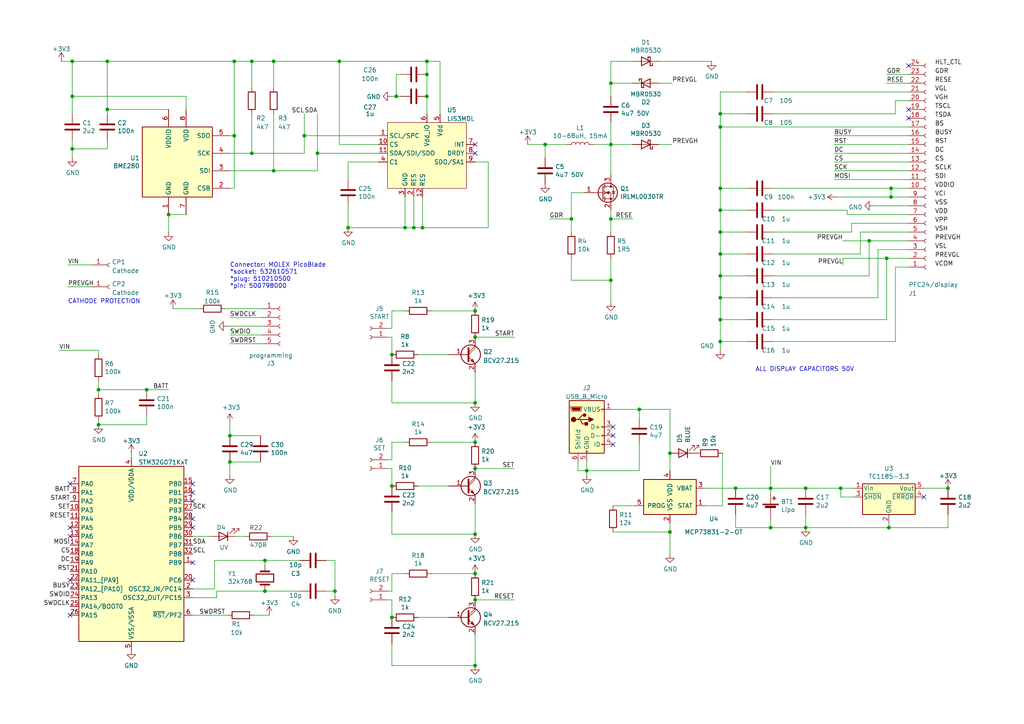
<source format=kicad_sch>
(kicad_sch (version 20211123) (generator eeschema)
  (paper "A4")
  (junction (at 123.825 21.59))
  (junction (at 137.795 90.17))
  (junction (at 92.075 44.45))
  (junction (at 113.665 140.97))
  (junction (at 208.915 80.01))
  (junction (at 208.915 54.61))
  (junction (at 208.915 92.71))
  (junction (at 213.36 141.605))
  (junction (at 20.955 17.78))
  (junction (at 48.895 62.23))
  (junction (at 257.175 74.93))
  (junction (at 158.115 41.91))
  (junction (at 185.42 118.745))
  (junction (at 100.965 66.04))
  (junction (at 28.575 123.19))
  (junction (at 117.475 66.04))
  (junction (at 122.555 66.04))
  (junction (at 20.955 27.94))
  (junction (at 66.675 126.365))
  (junction (at 208.915 36.83))
  (junction (at 233.68 153.035))
  (junction (at 223.52 141.605))
  (junction (at 137.795 116.84))
  (junction (at 258.445 54.61))
  (junction (at 66.675 133.985))
  (junction (at 274.955 141.605))
  (junction (at 137.795 173.99))
  (junction (at 76.835 171.45))
  (junction (at 233.68 141.605))
  (junction (at 73.025 17.78))
  (junction (at 137.795 128.27))
  (junction (at 177.165 24.13))
  (junction (at 114.935 27.94))
  (junction (at 257.81 153.035))
  (junction (at 137.795 154.94))
  (junction (at 243.84 141.605))
  (junction (at 67.945 17.78))
  (junction (at 67.945 39.37))
  (junction (at 113.665 102.87))
  (junction (at 42.545 113.03))
  (junction (at 31.115 31.75))
  (junction (at 137.795 135.89))
  (junction (at 88.265 39.37))
  (junction (at 73.025 44.45))
  (junction (at 208.915 33.02))
  (junction (at 170.18 136.525))
  (junction (at 137.795 97.79))
  (junction (at 258.445 57.15))
  (junction (at 113.665 179.07))
  (junction (at 137.795 166.37))
  (junction (at 123.825 17.78))
  (junction (at 177.165 81.28))
  (junction (at 194.31 131.445))
  (junction (at 120.015 66.04))
  (junction (at 208.915 73.66))
  (junction (at 177.165 63.5))
  (junction (at 31.115 17.78))
  (junction (at 208.915 86.36))
  (junction (at 79.375 49.53))
  (junction (at 165.735 63.5))
  (junction (at 98.425 17.78))
  (junction (at 208.915 67.31))
  (junction (at 28.575 113.03))
  (junction (at 252.095 69.85))
  (junction (at 177.165 41.91))
  (junction (at 194.31 154.305))
  (junction (at 79.375 17.78))
  (junction (at 208.915 60.96))
  (junction (at 76.835 162.56))
  (junction (at 223.52 153.035))
  (junction (at 20.955 43.18))
  (junction (at 97.155 171.45))
  (junction (at 208.915 99.06))
  (junction (at 123.825 27.94))
  (junction (at 137.795 193.04))
  (no_connect (at 177.8 126.365))
  (no_connect (at 137.795 41.91))
  (no_connect (at 137.795 44.45))
  (no_connect (at 263.525 34.29))
  (no_connect (at 55.88 168.275))
  (no_connect (at 267.97 144.145))
  (no_connect (at 263.525 19.05))
  (no_connect (at 55.88 145.415))
  (no_connect (at 20.32 153.035))
  (no_connect (at 20.32 155.575))
  (no_connect (at 20.32 140.335))
  (no_connect (at 177.8 128.905))
  (no_connect (at 55.88 150.495))
  (no_connect (at 55.88 153.035))
  (no_connect (at 55.88 140.335))
  (no_connect (at 55.88 163.195))
  (no_connect (at 55.88 142.875))
  (no_connect (at 177.8 123.825))
  (no_connect (at 20.32 168.275))
  (no_connect (at 20.32 178.435))
  (no_connect (at 263.525 31.75))
  (wire (pts (xy 223.52 153.035) (xy 233.68 153.035)))
  (wire (pts (xy 114.935 27.94) (xy 116.205 27.94)))
  (wire (pts (xy 114.935 21.59) (xy 116.205 21.59)))
  (wire (pts (xy 113.665 116.84) (xy 137.795 116.84)))
  (wire (pts (xy 242.57 57.15) (xy 258.445 57.15)))
  (wire (pts (xy 73.025 25.4) (xy 73.025 17.78)))
  (wire (pts (xy 20.955 43.18) (xy 31.115 43.18)))
  (wire (pts (xy 244.475 74.93) (xy 257.175 74.93)))
  (wire (pts (xy 122.555 57.15) (xy 122.555 66.04)))
  (wire (pts (xy 177.165 50.8) (xy 177.165 41.91)))
  (wire (pts (xy 258.445 54.61) (xy 224.155 54.61)))
  (wire (pts (xy 208.915 36.83) (xy 263.525 36.83)))
  (wire (pts (xy 259.715 29.21) (xy 259.715 33.02)))
  (wire (pts (xy 247.015 64.77) (xy 247.015 67.31)))
  (wire (pts (xy 79.375 17.78) (xy 98.425 17.78)))
  (wire (pts (xy 28.575 101.6) (xy 28.575 102.87)))
  (wire (pts (xy 20.955 40.64) (xy 20.955 43.18)))
  (wire (pts (xy 122.555 66.04) (xy 141.605 66.04)))
  (wire (pts (xy 28.575 121.92) (xy 28.575 123.19)))
  (wire (pts (xy 191.135 24.13) (xy 194.945 24.13)))
  (wire (pts (xy 177.165 60.96) (xy 177.165 63.5)))
  (wire (pts (xy 53.975 31.75) (xy 53.975 27.94)))
  (wire (pts (xy 31.115 31.75) (xy 31.115 33.02)))
  (wire (pts (xy 194.31 151.765) (xy 194.31 154.305)))
  (wire (pts (xy 213.36 141.605) (xy 223.52 141.605)))
  (wire (pts (xy 66.675 126.365) (xy 66.675 122.555)))
  (wire (pts (xy 153.035 41.91) (xy 158.115 41.91)))
  (wire (pts (xy 121.285 179.07) (xy 130.175 179.07)))
  (wire (pts (xy 167.64 136.525) (xy 170.18 136.525)))
  (wire (pts (xy 183.515 63.5) (xy 177.165 63.5)))
  (wire (pts (xy 209.55 131.445) (xy 209.55 146.685)))
  (wire (pts (xy 67.945 17.78) (xy 73.025 17.78)))
  (wire (pts (xy 263.525 62.23) (xy 245.745 62.23)))
  (wire (pts (xy 263.525 74.93) (xy 257.175 74.93)))
  (wire (pts (xy 208.915 67.31) (xy 208.915 73.66)))
  (wire (pts (xy 224.155 67.31) (xy 247.015 67.31)))
  (wire (pts (xy 254.635 86.36) (xy 254.635 72.39)))
  (wire (pts (xy 48.895 62.23) (xy 48.895 67.31)))
  (wire (pts (xy 123.825 21.59) (xy 123.825 27.94)))
  (wire (pts (xy 97.155 162.56) (xy 94.615 162.56)))
  (wire (pts (xy 17.145 101.6) (xy 28.575 101.6)))
  (wire (pts (xy 79.375 25.4) (xy 79.375 17.78)))
  (wire (pts (xy 117.475 57.15) (xy 117.475 66.04)))
  (wire (pts (xy 224.155 33.02) (xy 259.715 33.02)))
  (wire (pts (xy 177.165 87.63) (xy 177.165 81.28)))
  (wire (pts (xy 123.825 17.78) (xy 123.825 21.59)))
  (wire (pts (xy 241.935 46.99) (xy 263.525 46.99)))
  (wire (pts (xy 223.52 135.255) (xy 223.52 141.605)))
  (wire (pts (xy 113.665 166.37) (xy 117.475 166.37)))
  (wire (pts (xy 55.88 173.355) (xy 62.865 173.355)))
  (wire (pts (xy 258.445 54.61) (xy 263.525 54.61)))
  (wire (pts (xy 170.18 137.795) (xy 170.18 136.525)))
  (wire (pts (xy 191.135 41.91) (xy 194.945 41.91)))
  (wire (pts (xy 137.795 97.79) (xy 149.225 97.79)))
  (wire (pts (xy 233.68 149.225) (xy 233.68 153.035)))
  (wire (pts (xy 208.915 54.61) (xy 208.915 60.96)))
  (wire (pts (xy 224.155 99.06) (xy 259.715 99.06)))
  (wire (pts (xy 53.975 62.23) (xy 48.895 62.23)))
  (wire (pts (xy 31.115 17.78) (xy 20.955 17.78)))
  (wire (pts (xy 28.575 113.03) (xy 42.545 113.03)))
  (wire (pts (xy 113.665 154.94) (xy 137.795 154.94)))
  (wire (pts (xy 53.975 27.94) (xy 20.955 27.94)))
  (wire (pts (xy 66.675 92.075) (xy 76.2 92.075)))
  (wire (pts (xy 257.175 74.93) (xy 257.175 92.71)))
  (wire (pts (xy 258.445 54.61) (xy 258.445 57.15)))
  (wire (pts (xy 208.915 36.83) (xy 208.915 54.61)))
  (wire (pts (xy 20.955 43.18) (xy 20.955 45.72)))
  (wire (pts (xy 257.81 153.035) (xy 274.955 153.035)))
  (wire (pts (xy 244.475 76.835) (xy 244.475 74.93)))
  (wire (pts (xy 79.375 49.53) (xy 92.075 49.53)))
  (wire (pts (xy 19.685 83.185) (xy 26.67 83.185)))
  (wire (pts (xy 67.945 54.61) (xy 67.945 39.37)))
  (wire (pts (xy 67.945 39.37) (xy 67.945 17.78)))
  (wire (pts (xy 185.42 118.745) (xy 185.42 121.285)))
  (wire (pts (xy 216.535 33.02) (xy 208.915 33.02)))
  (wire (pts (xy 121.285 102.87) (xy 130.175 102.87)))
  (wire (pts (xy 20.955 27.94) (xy 20.955 17.78)))
  (wire (pts (xy 113.665 193.04) (xy 137.795 193.04)))
  (wire (pts (xy 123.825 17.78) (xy 127.635 17.78)))
  (wire (pts (xy 92.075 44.45) (xy 92.075 49.53)))
  (wire (pts (xy 223.52 150.495) (xy 223.52 153.035)))
  (wire (pts (xy 233.68 141.605) (xy 223.52 141.605)))
  (wire (pts (xy 165.735 81.28) (xy 177.165 81.28)))
  (wire (pts (xy 208.915 73.66) (xy 208.915 80.01)))
  (wire (pts (xy 216.535 26.67) (xy 208.915 26.67)))
  (wire (pts (xy 185.42 136.525) (xy 170.18 136.525)))
  (wire (pts (xy 98.425 41.91) (xy 109.855 41.91)))
  (wire (pts (xy 125.095 166.37) (xy 137.795 166.37)))
  (wire (pts (xy 247.65 144.145) (xy 243.84 144.145)))
  (wire (pts (xy 177.165 17.78) (xy 183.515 17.78)))
  (wire (pts (xy 66.04 94.615) (xy 76.2 94.615)))
  (wire (pts (xy 109.855 46.99) (xy 100.965 46.99)))
  (wire (pts (xy 194.31 118.745) (xy 194.31 131.445)))
  (wire (pts (xy 88.265 44.45) (xy 88.265 39.37)))
  (wire (pts (xy 66.675 133.985) (xy 75.565 133.985)))
  (wire (pts (xy 66.675 54.61) (xy 67.945 54.61)))
  (wire (pts (xy 208.915 26.67) (xy 208.915 33.02)))
  (wire (pts (xy 113.665 97.79) (xy 112.395 97.79)))
  (wire (pts (xy 165.735 55.88) (xy 165.735 63.5)))
  (wire (pts (xy 137.795 173.99) (xy 149.225 173.99)))
  (wire (pts (xy 79.375 33.02) (xy 79.375 49.53)))
  (wire (pts (xy 170.18 136.525) (xy 170.18 133.985)))
  (wire (pts (xy 216.535 99.06) (xy 208.915 99.06)))
  (wire (pts (xy 241.935 44.45) (xy 263.525 44.45)))
  (wire (pts (xy 48.895 31.75) (xy 31.115 31.75)))
  (wire (pts (xy 208.915 80.01) (xy 208.915 86.36)))
  (wire (pts (xy 109.855 44.45) (xy 92.075 44.45)))
  (wire (pts (xy 216.535 54.61) (xy 208.915 54.61)))
  (wire (pts (xy 253.365 59.69) (xy 263.525 59.69)))
  (wire (pts (xy 263.525 64.77) (xy 247.015 64.77)))
  (wire (pts (xy 17.78 17.78) (xy 20.955 17.78)))
  (wire (pts (xy 252.095 69.85) (xy 252.095 80.01)))
  (wire (pts (xy 62.865 171.45) (xy 76.835 171.45)))
  (wire (pts (xy 78.74 155.575) (xy 85.09 155.575)))
  (wire (pts (xy 267.97 141.605) (xy 274.955 141.605)))
  (wire (pts (xy 42.545 113.03) (xy 48.895 113.03)))
  (wire (pts (xy 113.665 102.87) (xy 113.665 97.79)))
  (wire (pts (xy 194.31 160.655) (xy 194.31 154.305)))
  (wire (pts (xy 66.675 39.37) (xy 67.945 39.37)))
  (wire (pts (xy 257.175 24.13) (xy 263.525 24.13)))
  (wire (pts (xy 31.115 17.78) (xy 67.945 17.78)))
  (wire (pts (xy 194.31 131.445) (xy 194.31 136.525)))
  (wire (pts (xy 177.165 35.56) (xy 177.165 41.91)))
  (wire (pts (xy 216.535 80.01) (xy 208.915 80.01)))
  (wire (pts (xy 223.52 141.605) (xy 223.52 142.875)))
  (wire (pts (xy 159.385 63.5) (xy 165.735 63.5)))
  (wire (pts (xy 208.915 86.36) (xy 208.915 92.71)))
  (wire (pts (xy 241.935 39.37) (xy 263.525 39.37)))
  (wire (pts (xy 204.47 141.605) (xy 213.36 141.605)))
  (wire (pts (xy 113.665 171.45) (xy 113.665 166.37)))
  (wire (pts (xy 31.115 31.75) (xy 31.115 17.78)))
  (wire (pts (xy 224.155 92.71) (xy 257.175 92.71)))
  (wire (pts (xy 112.395 171.45) (xy 113.665 171.45)))
  (wire (pts (xy 28.575 113.03) (xy 28.575 114.3)))
  (wire (pts (xy 68.58 155.575) (xy 71.12 155.575)))
  (wire (pts (xy 98.425 17.78) (xy 123.825 17.78)))
  (wire (pts (xy 213.36 149.225) (xy 213.36 153.035)))
  (wire (pts (xy 127.635 17.78) (xy 127.635 33.02)))
  (wire (pts (xy 117.475 66.04) (xy 120.015 66.04)))
  (wire (pts (xy 42.545 123.19) (xy 42.545 120.65)))
  (wire (pts (xy 62.23 162.56) (xy 76.835 162.56)))
  (wire (pts (xy 55.88 170.815) (xy 62.23 170.815)))
  (wire (pts (xy 73.025 44.45) (xy 88.265 44.45)))
  (wire (pts (xy 241.935 41.91) (xy 263.525 41.91)))
  (wire (pts (xy 112.395 95.25) (xy 113.665 95.25)))
  (wire (pts (xy 177.8 154.305) (xy 194.31 154.305)))
  (wire (pts (xy 113.665 27.94) (xy 114.935 27.94)))
  (wire (pts (xy 120.015 66.04) (xy 122.555 66.04)))
  (wire (pts (xy 259.715 77.47) (xy 263.525 77.47)))
  (wire (pts (xy 158.115 41.91) (xy 164.465 41.91)))
  (wire (pts (xy 208.915 60.96) (xy 208.915 67.31)))
  (wire (pts (xy 233.68 153.035) (xy 257.81 153.035)))
  (wire (pts (xy 62.865 173.355) (xy 62.865 171.45)))
  (wire (pts (xy 28.575 110.49) (xy 28.575 113.03)))
  (wire (pts (xy 50.165 89.535) (xy 57.785 89.535)))
  (wire (pts (xy 263.525 69.85) (xy 252.095 69.85)))
  (wire (pts (xy 73.66 178.435) (xy 78.105 178.435)))
  (wire (pts (xy 141.605 46.99) (xy 141.605 66.04)))
  (wire (pts (xy 66.675 49.53) (xy 79.375 49.53)))
  (wire (pts (xy 113.665 140.97) (xy 113.665 135.89)))
  (wire (pts (xy 241.935 52.07) (xy 263.525 52.07)))
  (wire (pts (xy 167.64 133.985) (xy 167.64 136.525)))
  (wire (pts (xy 113.665 148.59) (xy 113.665 154.94)))
  (wire (pts (xy 274.955 153.035) (xy 274.955 149.225)))
  (wire (pts (xy 263.525 67.31) (xy 249.555 67.31)))
  (wire (pts (xy 88.265 39.37) (xy 88.265 33.02)))
  (wire (pts (xy 257.81 153.035) (xy 257.81 151.765)))
  (wire (pts (xy 28.575 123.19) (xy 42.545 123.19)))
  (wire (pts (xy 177.165 81.28) (xy 177.165 74.93)))
  (wire (pts (xy 241.935 49.53) (xy 263.525 49.53)))
  (wire (pts (xy 123.825 27.94) (xy 123.825 33.02)))
  (wire (pts (xy 100.965 46.99) (xy 100.965 52.07)))
  (wire (pts (xy 113.665 110.49) (xy 113.665 116.84)))
  (wire (pts (xy 65.405 89.535) (xy 76.2 89.535)))
  (wire (pts (xy 254.635 86.36) (xy 224.155 86.36)))
  (wire (pts (xy 172.085 41.91) (xy 177.165 41.91)))
  (wire (pts (xy 112.395 133.35) (xy 113.665 133.35)))
  (wire (pts (xy 73.025 33.02) (xy 73.025 44.45)))
  (wire (pts (xy 66.675 126.365) (xy 75.565 126.365)))
  (wire (pts (xy 19.685 76.835) (xy 26.67 76.835)))
  (wire (pts (xy 243.84 144.145) (xy 243.84 141.605)))
  (wire (pts (xy 185.42 128.905) (xy 185.42 136.525)))
  (wire (pts (xy 97.155 171.45) (xy 97.155 162.56)))
  (wire (pts (xy 177.8 146.685) (xy 184.15 146.685)))
  (wire (pts (xy 62.23 170.815) (xy 62.23 162.56)))
  (wire (pts (xy 92.075 33.02) (xy 92.075 44.45)))
  (wire (pts (xy 208.915 99.06) (xy 208.915 101.6)))
  (wire (pts (xy 216.535 60.96) (xy 208.915 60.96)))
  (wire (pts (xy 245.745 62.23) (xy 245.745 60.96)))
  (wire (pts (xy 113.665 90.17) (xy 117.475 90.17)))
  (wire (pts (xy 165.735 63.5) (xy 165.735 67.31)))
  (wire (pts (xy 38.1 131.445) (xy 38.1 132.715)))
  (wire (pts (xy 66.675 97.155) (xy 76.2 97.155)))
  (wire (pts (xy 169.545 55.88) (xy 165.735 55.88)))
  (wire (pts (xy 259.715 99.06) (xy 259.715 77.47)))
  (wire (pts (xy 257.175 21.59) (xy 263.525 21.59)))
  (wire (pts (xy 249.555 67.31) (xy 249.555 73.66)))
  (wire (pts (xy 185.42 118.745) (xy 194.31 118.745)))
  (wire (pts (xy 216.535 73.66) (xy 208.915 73.66)))
  (wire (pts (xy 137.795 184.15) (xy 137.795 193.04)))
  (wire (pts (xy 243.84 141.605) (xy 247.65 141.605)))
  (wire (pts (xy 177.165 24.13) (xy 183.515 24.13)))
  (wire (pts (xy 114.935 27.94) (xy 114.935 21.59)))
  (wire (pts (xy 213.36 153.035) (xy 223.52 153.035)))
  (wire (pts (xy 113.665 186.69) (xy 113.665 193.04)))
  (wire (pts (xy 125.095 128.27) (xy 137.795 128.27)))
  (wire (pts (xy 31.115 43.18) (xy 31.115 40.64)))
  (wire (pts (xy 113.665 133.35) (xy 113.665 128.27)))
  (wire (pts (xy 177.165 63.5) (xy 177.165 67.31)))
  (wire (pts (xy 60.96 155.575) (xy 55.88 155.575)))
  (wire (pts (xy 88.265 39.37) (xy 109.855 39.37)))
  (wire (pts (xy 66.675 137.795) (xy 66.675 133.985)))
  (wire (pts (xy 177.165 24.13) (xy 177.165 17.78)))
  (wire (pts (xy 137.795 46.99) (xy 141.605 46.99)))
  (wire (pts (xy 224.155 80.01) (xy 252.095 80.01)))
  (wire (pts (xy 113.665 173.99) (xy 112.395 173.99)))
  (wire (pts (xy 120.015 57.15) (xy 120.015 66.04)))
  (wire (pts (xy 191.135 17.78) (xy 206.375 17.78)))
  (wire (pts (xy 113.665 135.89) (xy 112.395 135.89)))
  (wire (pts (xy 177.165 41.91) (xy 183.515 41.91)))
  (wire (pts (xy 216.535 92.71) (xy 208.915 92.71)))
  (wire (pts (xy 76.835 162.56) (xy 76.835 163.83)))
  (wire (pts (xy 254.635 72.39) (xy 263.525 72.39)))
  (wire (pts (xy 216.535 67.31) (xy 208.915 67.31)))
  (wire (pts (xy 100.965 59.69) (xy 100.965 66.04)))
  (wire (pts (xy 113.665 95.25) (xy 113.665 90.17)))
  (wire (pts (xy 55.88 178.435) (xy 66.04 178.435)))
  (wire (pts (xy 137.795 135.89) (xy 149.225 135.89)))
  (wire (pts (xy 100.965 66.04) (xy 117.475 66.04)))
  (wire (pts (xy 208.915 33.02) (xy 208.915 36.83)))
  (wire (pts (xy 137.795 107.95) (xy 137.795 116.84)))
  (wire (pts (xy 66.675 99.695) (xy 76.2 99.695)))
  (wire (pts (xy 121.285 140.97) (xy 130.175 140.97)))
  (wire (pts (xy 209.55 146.685) (xy 204.47 146.685)))
  (wire (pts (xy 165.735 74.93) (xy 165.735 81.28)))
  (wire (pts (xy 258.445 57.15) (xy 263.525 57.15)))
  (wire (pts (xy 20.955 27.94) (xy 20.955 33.02)))
  (wire (pts (xy 158.115 41.91) (xy 158.115 45.72)))
  (wire (pts (xy 86.995 171.45) (xy 76.835 171.45)))
  (wire (pts (xy 208.915 92.71) (xy 208.915 99.06)))
  (wire (pts (xy 224.155 26.67) (xy 263.525 26.67)))
  (wire (pts (xy 97.155 171.45) (xy 97.155 172.72)))
  (wire (pts (xy 113.665 128.27) (xy 117.475 128.27)))
  (wire (pts (xy 177.165 27.94) (xy 177.165 24.13)))
  (wire (pts (xy 216.535 86.36) (xy 208.915 86.36)))
  (wire (pts (xy 86.995 162.56) (xy 76.835 162.56)))
  (wire (pts (xy 73.025 17.78) (xy 79.375 17.78)))
  (wire (pts (xy 244.475 69.85) (xy 252.095 69.85)))
  (wire (pts (xy 98.425 41.91) (xy 98.425 17.78)))
  (wire (pts (xy 137.795 146.05) (xy 137.795 154.94)))
  (wire (pts (xy 224.155 60.96) (xy 245.745 60.96)))
  (wire (pts (xy 113.665 179.07) (xy 113.665 173.99)))
  (wire (pts (xy 233.68 141.605) (xy 243.84 141.605)))
  (wire (pts (xy 263.525 29.21) (xy 259.715 29.21)))
  (wire (pts (xy 66.675 44.45) (xy 73.025 44.45)))
  (wire (pts (xy 94.615 171.45) (xy 97.155 171.45)))
  (wire (pts (xy 125.095 90.17) (xy 137.795 90.17)))
  (wire (pts (xy 224.155 73.66) (xy 249.555 73.66)))
  (wire (pts (xy 177.8 118.745) (xy 185.42 118.745)))
  (text "Connector: MOLEX PicoBlade\n*socket: 532610571\n*plug: 510210500\n*pin: 500798000" (at 66.675 83.82 0) (effects (font (size 1.27 1.27)) (justify left bottom)))
  (text "CATHODE PROTECTION" (at 19.685 88.265 0) (effects (font (size 1.27 1.27)) (justify left bottom)))
  (text "ALL DISPLAY CAPACITORS 50V" (at 219.075 107.95 0) (effects (font (size 1.27 1.27)) (justify left bottom)))
  (label "BUSY" (at 241.935 39.37 0))
  (label "SWDIO" (at 66.675 97.155 0))
  (label "PREVGH" (at 194.945 41.91 0))
  (label "SCL" (at 55.88 160.655 0))
  (label "PREVGL" (at 271.145 74.93 0))
  (label "SDA" (at 55.88 158.115 0))
  (label "RESET" (at 149.225 173.99 180))
  (label "RESE" (at 183.515 63.5 180))
  (label "TSDA" (at 271.145 34.29 0))
  (label "SWDIO" (at 20.32 173.355 180))
  (label "VSS" (at 271.145 59.69 0))
  (label "SWDRST" (at 57.785 178.435 0))
  (label "VGL" (at 271.145 26.67 0))
  (label "SDA" (at 92.075 33.02 180))
  (label "VIN" (at 223.52 135.255 0))
  (label "TSCL" (at 271.145 31.75 0))
  (label "START" (at 20.32 145.415 180))
  (label "BUSY" (at 20.32 170.815 180))
  (label "MOSI" (at 20.32 158.115 180))
  (label "PREVGH" (at 271.145 69.85 0))
  (label "MOSI" (at 241.935 52.07 0))
  (label "PREVGL" (at 244.475 76.835 180))
  (label "RST" (at 271.145 41.91 0))
  (label "RST" (at 20.32 165.735 180))
  (label "BATT" (at 20.32 142.875 180))
  (label "VSL" (at 271.145 72.39 0))
  (label "SCL" (at 88.265 33.02 180))
  (label "SWDRST" (at 66.675 99.695 0))
  (label "SET" (at 20.32 147.955 180))
  (label "PREVGH" (at 19.685 83.185 0))
  (label "VGH" (at 271.145 29.21 0))
  (label "SWDCLK" (at 66.675 92.075 0))
  (label "SWDCLK" (at 20.32 175.895 180))
  (label "VDDIO" (at 271.145 54.61 0))
  (label "SDI" (at 271.145 52.07 0))
  (label "RESE" (at 271.145 24.13 0))
  (label "VIN" (at 19.685 76.835 0))
  (label "RST" (at 241.935 41.91 0))
  (label "VIN" (at 17.145 101.6 0))
  (label "VDD" (at 271.145 62.23 0))
  (label "RESE" (at 257.175 24.13 0))
  (label "GDR" (at 257.175 21.59 0))
  (label "BUSY" (at 271.145 39.37 0))
  (label "RESET" (at 20.32 150.495 180))
  (label "SCK" (at 55.88 147.955 0))
  (label "SCK" (at 241.935 49.53 0))
  (label "GDR" (at 271.145 21.59 0))
  (label "PREVGL" (at 194.945 24.13 0))
  (label "BATT" (at 48.895 113.03 180))
  (label "VPP" (at 271.145 64.77 0))
  (label "SCLK" (at 271.145 49.53 0))
  (label "CS" (at 271.145 46.99 0))
  (label "START" (at 149.225 97.79 180))
  (label "VCI" (at 271.145 57.15 0))
  (label "DC" (at 271.145 44.45 0))
  (label "CS" (at 241.935 46.99 0))
  (label "CS" (at 20.32 160.655 180))
  (label "BS" (at 271.145 36.83 0))
  (label "VCOM" (at 271.145 77.47 0))
  (label "PREVGH" (at 244.475 69.85 180))
  (label "GDR" (at 159.385 63.5 0))
  (label "DC" (at 20.32 163.195 180))
  (label "HLT_CTL" (at 271.145 19.05 0))
  (label "VSH" (at 271.145 67.31 0))
  (label "SET" (at 149.225 135.89 180))
  (label "DC" (at 241.935 44.45 0))
  (symbol (lib_id "power:+3V3") (at 274.955 141.605 0) (unit 1)
    (property "Reference" "#PWR0130" (effects hide))
    (property "Value" "+3V3" (at 274.955 138.0292 0))
  )
  (symbol (lib_id "power:GND") (at 137.795 154.94 0) (unit 1)
    (property "Reference" "#PWR0116" (effects hide))
    (property "Value" "GND" (at 137.922 159.3342 0))
  )
  (symbol (lib_id "Device:LED") (at 198.12 131.445 180) (unit 1)
    (property "Reference" "D5" (at 197.1294 128.4478 90) (effects (justify right)))
    (property "Value" "BLUE" (at 199.4408 128.4478 90) (effects (justify right)))
    (property "Footprint" "Diode_SMD:D_0603_1608Metric" (effects hide))
  )
  (symbol (lib_id "Connector:Conn_01x01_Female") (at 31.75 76.835 0) (unit 1)
    (property "Reference" "CP1" (at 32.4612 76.0003 0) (effects (justify left)))
    (property "Value" "Cathode" (at 32.4612 78.5372 0) (effects (justify left)))
    (property "Footprint" "TestPoint:TestPoint_Pad_3.0x3.0mm" (effects hide))
  )
  (symbol (lib_id "Device:C") (at 220.345 54.61 270) (unit 1)
    (property "Reference" "C9" (at 222.885 57.15 90))
    (property "Value" "100n" (at 227.965 57.15 90))
    (property "Footprint" "Capacitor_SMD:C_0603_1608Metric" (effects hide))
  )
  (symbol (lib_id "Device:R") (at 74.93 155.575 90) (unit 1)
    (property "Reference" "R22" (at 76.2 153.035 90) (effects (justify left)))
    (property "Value" "470R" (at 77.47 158.115 90) (effects (justify left)))
    (property "Footprint" "Resistor_SMD:R_0603_1608Metric" (effects hide))
  )
  (symbol (lib_id "Device:Crystal") (at 76.835 167.64 270) (unit 1)
    (property "Reference" "Y1" (at 66.04 166.37 90) (effects (justify left)))
    (property "Value" "32k768" (at 66.04 168.6814 90) (effects (justify left)))
    (property "Footprint" "Connector_PinHeader_2.00mm:PinHeader_1x02_P2.00mm_Vertical" (effects hide))
  )
  (symbol (lib_id "Device:Q_NMOS_GSD") (at 174.625 55.88 0) (unit 1)
    (property "Reference" "Q1" (at 179.8574 54.7116 0) (effects (justify left)))
    (property "Value" "IRLML0030TR" (at 179.8574 57.023 0) (effects (justify left)))
    (property "Footprint" "Package_TO_SOT_SMD:SOT-23" (effects hide))
  )
  (symbol (lib_id "power:+3V3") (at 137.795 128.27 0) (unit 1)
    (property "Reference" "#PWR0118" (effects hide))
    (property "Value" "+3V3" (at 138.176 123.8758 0))
  )
  (symbol (lib_id "power:+3V3") (at 17.78 17.78 0) (unit 1)
    (property "Reference" "#PWR0103" (effects hide))
    (property "Value" "+3V3" (at 17.78 14.2042 0))
  )
  (symbol (lib_id "Device:C") (at 66.675 130.175 0) (unit 1)
    (property "Reference" "C29" (at 69.596 129.0066 0) (effects (justify left)))
    (property "Value" "4u7" (at 69.596 131.318 0) (effects (justify left)))
    (property "Footprint" "Capacitor_SMD:C_0603_1608Metric" (effects hide))
  )
  (symbol (lib_id "Device:C") (at 75.565 130.175 0) (unit 1)
    (property "Reference" "C30" (at 78.486 129.0066 0) (effects (justify left)))
    (property "Value" "100n" (at 78.486 131.318 0) (effects (justify left)))
    (property "Footprint" "Capacitor_SMD:C_0603_1608Metric" (effects hide))
  )
  (symbol (lib_id "Device:C") (at 113.665 144.78 0) (unit 1)
    (property "Reference" "C23" (at 116.586 143.6116 0) (effects (justify left)))
    (property "Value" "2n2" (at 116.586 145.923 0) (effects (justify left)))
    (property "Footprint" "Capacitor_SMD:C_0603_1608Metric" (effects hide))
  )
  (symbol (lib_id "Device:R") (at 165.735 71.12 0) (unit 1)
    (property "Reference" "R4" (at 167.513 69.9516 0) (effects (justify left)))
    (property "Value" "10k" (at 167.513 72.263 0) (effects (justify left)))
    (property "Footprint" "Resistor_SMD:R_0603_1608Metric" (effects hide))
  )
  (symbol (lib_id "power:GND") (at 113.665 27.94 270) (unit 1)
    (property "Reference" "#PWR0101" (effects hide))
    (property "Value" "GND" (at 110.4138 28.067 90) (effects (justify right)))
  )
  (symbol (lib_id "Device:C") (at 42.545 116.84 0) (unit 1)
    (property "Reference" "C21" (at 45.466 115.6716 0) (effects (justify left)))
    (property "Value" "100n" (at 45.466 117.983 0) (effects (justify left)))
    (property "Footprint" "Capacitor_SMD:C_0603_1608Metric" (effects hide))
  )
  (symbol (lib_id "Device:C") (at 220.345 33.02 270) (unit 1)
    (property "Reference" "C8" (at 222.885 35.56 90))
    (property "Value" "105" (at 227.965 35.56 90))
    (property "Footprint" "Capacitor_SMD:C_0603_1608Metric" (effects hide))
  )
  (symbol (lib_id "Device:R") (at 73.025 29.21 0) (unit 1)
    (property "Reference" "R2" (at 74.295 34.29 0) (effects (justify left)))
    (property "Value" "4k7" (at 74.295 36.83 0) (effects (justify left)))
    (property "Footprint" "Resistor_SMD:R_0603_1608Metric" (effects hide))
  )
  (symbol (lib_id "Device:R") (at 121.285 128.27 270) (unit 1)
    (property "Reference" "R14" (at 121.285 123.0122 90))
    (property "Value" "1k" (at 121.285 125.3236 90))
    (property "Footprint" "Resistor_SMD:R_0603_1608Metric" (effects hide))
  )
  (symbol (lib_id "Device:R") (at 121.285 90.17 270) (unit 1)
    (property "Reference" "R13" (at 121.285 84.9122 90))
    (property "Value" "1k" (at 121.285 87.2236 90))
    (property "Footprint" "Resistor_SMD:R_0603_1608Metric" (effects hide))
  )
  (symbol (lib_id "Connector:Conn_01x05_Female") (at 81.28 94.615 0) (unit 1)
    (property "Reference" "J3" (at 78.5368 105.41 0))
    (property "Value" "programming" (at 78.5368 103.0986 0))
    (property "Footprint" "BartLib_Connector:DEGSON PicoBlade 5P SMD" (effects hide))
  )
  (symbol (lib_id "power:GND") (at 137.795 116.84 0) (unit 1)
    (property "Reference" "#PWR0117" (effects hide))
    (property "Value" "GND" (at 137.922 121.2342 0))
  )
  (symbol (lib_id "Device:L") (at 168.275 41.91 90) (unit 1)
    (property "Reference" "L1" (at 168.275 37.084 90))
    (property "Value" "10-68uH, 15mA" (at 168.275 39.3954 90))
    (property "Footprint" "Resistor_SMD:R_1206_3216Metric" (effects hide))
  )
  (symbol (lib_id "power:+3V3") (at 50.165 89.535 0) (unit 1)
    (property "Reference" "#PWR0108" (effects hide))
    (property "Value" "+3V3" (at 50.165 85.725 0))
  )
  (symbol (lib_id "Device:R") (at 28.575 118.11 0) (unit 1)
    (property "Reference" "R7" (at 30.353 116.9416 0) (effects (justify left)))
    (property "Value" "100k" (at 30.353 119.253 0) (effects (justify left)))
    (property "Footprint" "Resistor_SMD:R_0603_1608Metric" (effects hide))
  )
  (symbol (lib_id "power:GND") (at 170.18 137.795 0) (unit 1)
    (property "Reference" "#PWR0115" (effects hide))
    (property "Value" "GND" (at 170.307 142.1892 0))
  )
  (symbol (lib_id "Regulator_Linear:TC1186") (at 257.81 144.145 0) (unit 1)
    (property "Reference" "U3" (at 257.81 135.89 0))
    (property "Value" "TC1185-3.3" (at 257.81 138.2014 0))
    (property "Footprint" "Package_TO_SOT_SMD:SOT-23-5" (effects hide))
    (property "Datasheet" "http://ww1.microchip.com/downloads/en/DeviceDoc/21350E.pdf" (effects hide))
  )
  (symbol (lib_id "Device:R") (at 79.375 29.21 0) (unit 1)
    (property "Reference" "R3" (at 80.645 34.29 0) (effects (justify left)))
    (property "Value" "4k7" (at 80.645 36.83 0) (effects (justify left)))
    (property "Footprint" "Resistor_SMD:R_0603_1608Metric" (effects hide))
  )
  (symbol (lib_id "Connector:Conn_01x24_Female") (at 268.605 49.53 0) (mirror x) (unit 1)
    (property "Reference" "J1" (at 263.525 85.09 0) (effects (justify left)))
    (property "Value" "PFC24/display" (at 263.525 82.55 0) (effects (justify left)))
    (property "Footprint" "BartLib_Connector:FPC-24P-P0.50mm_Universal" (effects hide))
  )
  (symbol (lib_id "power:GND") (at 38.1 188.595 0) (unit 1)
    (property "Reference" "#PWR0105" (effects hide))
    (property "Value" "GND" (at 38.1 193.0384 0))
  )
  (symbol (lib_id "power:GND") (at 194.31 160.655 0) (unit 1)
    (property "Reference" "#PWR0113" (effects hide))
    (property "Value" "GND" (at 194.437 165.0492 0))
  )
  (symbol (lib_id "Device:C") (at 120.015 27.94 270) (unit 1)
    (property "Reference" "C27" (at 107.315 31.115 90))
    (property "Value" "1u" (at 107.315 33.02 90))
    (property "Footprint" "Capacitor_SMD:C_0603_1608Metric" (effects hide))
  )
  (symbol (lib_id "power:GND") (at 48.895 67.31 0) (unit 1)
    (property "Reference" "#PWR0102" (effects hide))
    (property "Value" "GND" (at 49.022 71.7042 0))
  )
  (symbol (lib_id "Device:C") (at 177.165 31.75 0) (unit 1)
    (property "Reference" "C6" (at 180.086 30.5816 0) (effects (justify left)))
    (property "Value" "4u7 50V" (at 180.086 32.893 0) (effects (justify left)))
    (property "Footprint" "Capacitor_SMD:C_0805_2012Metric" (effects hide))
  )
  (symbol (lib_id "Device:R") (at 177.8 150.495 0) (unit 1)
    (property "Reference" "R11" (at 179.578 149.3266 0) (effects (justify left)))
    (property "Value" "12k" (at 179.578 151.638 0) (effects (justify left)))
    (property "Footprint" "Resistor_SMD:R_0603_1608Metric" (effects hide))
  )
  (symbol (lib_id "Device:C") (at 113.665 182.88 0) (unit 1)
    (property "Reference" "C24" (at 116.586 181.7116 0) (effects (justify left)))
    (property "Value" "2n2" (at 116.586 184.023 0) (effects (justify left)))
    (property "Footprint" "Capacitor_SMD:C_0603_1608Metric" (effects hide))
  )
  (symbol (lib_id "Device:C") (at 120.015 21.59 270) (unit 1)
    (property "Reference" "C26" (at 107.315 20.32 90))
    (property "Value" "100n" (at 107.315 22.86 90))
    (property "Footprint" "Capacitor_SMD:C_0603_1608Metric" (effects hide))
  )
  (symbol (lib_id "Device:C") (at 90.805 162.56 90) (unit 1)
    (property "Reference" "C3" (at 85.725 166.37 90))
    (property "Value" "10p" (at 85.725 163.83 90))
    (property "Footprint" "Capacitor_SMD:C_0603_1608Metric" (effects hide))
  )
  (symbol (lib_id "Device:C") (at 213.36 145.415 0) (unit 1)
    (property "Reference" "C20" (at 216.281 144.2466 0) (effects (justify left)))
    (property "Value" "4u7" (at 216.281 146.558 0) (effects (justify left)))
    (property "Footprint" "Capacitor_SMD:C_0603_1608Metric" (effects hide))
  )
  (symbol (lib_id "Device:C") (at 220.345 80.01 270) (unit 1)
    (property "Reference" "C13" (at 222.885 82.55 90))
    (property "Value" "1u" (at 227.965 82.55 90))
    (property "Footprint" "Capacitor_SMD:C_0603_1608Metric" (effects hide))
  )
  (symbol (lib_id "Connector:Conn_01x02_Female") (at 107.315 135.89 180) (unit 1)
    (property "Reference" "J6" (at 110.0582 127.635 0))
    (property "Value" "SET" (at 110.0582 129.9464 0))
    (property "Footprint" "Connector_PinHeader_2.54mm:PinHeader_1x02_P2.54mm_Vertical" (effects hide))
  )
  (symbol (lib_id "Device:C") (at 185.42 125.095 0) (unit 1)
    (property "Reference" "C19" (at 188.341 123.9266 0) (effects (justify left)))
    (property "Value" "4u7" (at 188.341 126.238 0) (effects (justify left)))
    (property "Footprint" "Capacitor_SMD:C_0603_1608Metric" (effects hide))
  )
  (symbol (lib_id "Device:R") (at 69.85 178.435 90) (unit 1)
    (property "Reference" "R1" (at 69.85 180.975 90) (effects (justify left)))
    (property "Value" "10k" (at 70.485 183.515 90) (effects (justify left)))
    (property "Footprint" "Resistor_SMD:R_0603_1608Metric" (effects hide))
  )
  (symbol (lib_id "power:GND") (at 28.575 123.19 0) (unit 1)
    (property "Reference" "#PWR0109" (effects hide))
    (property "Value" "GND" (at 28.702 127.5842 0))
  )
  (symbol (lib_id "Device:R") (at 121.285 166.37 270) (unit 1)
    (property "Reference" "R18" (at 121.285 161.1122 90))
    (property "Value" "1k" (at 121.285 163.4236 90))
    (property "Footprint" "Resistor_SMD:R_0603_1608Metric" (effects hide))
  )
  (symbol (lib_id "Device:LED") (at 64.77 155.575 180) (unit 1)
    (property "Reference" "D4" (at 64.135 153.035 0))
    (property "Value" "UV" (at 64.9478 158.7754 0))
    (property "Footprint" "LED_SMD:LED_0603_1608Metric" (effects hide))
  )
  (symbol (lib_id "power:GND") (at 206.375 17.78 0) (unit 1)
    (property "Reference" "#PWR0131" (effects hide))
    (property "Value" "GND" (at 206.502 22.1742 0))
  )
  (symbol (lib_id "power:+3V3") (at 78.105 178.435 0) (unit 1)
    (property "Reference" "#PWR0122" (effects hide))
    (property "Value" "+3V3" (at 78.105 174.8592 0))
  )
  (symbol (lib_id "power:+3V3") (at 137.795 166.37 0) (unit 1)
    (property "Reference" "#PWR0114" (effects hide))
    (property "Value" "+3V3" (at 138.176 161.9758 0))
  )
  (symbol (lib_id "Device:C") (at 220.345 86.36 270) (unit 1)
    (property "Reference" "C14" (at 222.885 88.9 90))
    (property "Value" "1u" (at 227.965 88.9 90))
    (property "Footprint" "Capacitor_SMD:C_0603_1608Metric" (effects hide))
  )
  (symbol (lib_id "power:+3V3") (at 38.1 131.445 0) (unit 1)
    (property "Reference" "#PWR0110" (effects hide))
    (property "Value" "+3V3" (at 38.1 127.8692 0))
  )
  (symbol (lib_id "Device:R") (at 61.595 89.535 90) (unit 1)
    (property "Reference" "R15" (at 61.595 84.8192 90))
    (property "Value" "100k" (at 61.595 87.3561 90))
    (property "Footprint" "Resistor_SMD:R_0603_1608Metric" (effects hide))
  )
  (symbol (lib_id "power:GND") (at 85.09 155.575 0) (unit 1)
    (property "Reference" "#PWR0121" (effects hide))
    (property "Value" "GND" (at 85.09 160.0184 0))
  )
  (symbol (lib_id "Device:Battery_Cell") (at 223.52 147.955 0) (unit 1)
    (property "Reference" "BT1" (at 226.5172 145.5166 0) (effects (justify left)))
    (property "Value" "Lipo" (at 226.5172 147.828 0) (effects (justify left)))
    (property "Footprint" "Resistor_SMD:R_2010_5025Metric" (effects hide))
  )
  (symbol (lib_id "Device:R") (at 137.795 93.98 180) (unit 1)
    (property "Reference" "R19" (at 139.573 92.8116 0) (effects (justify right)))
    (property "Value" "1k" (at 139.573 95.123 0) (effects (justify right)))
    (property "Footprint" "Resistor_SMD:R_0603_1608Metric" (effects hide))
  )
  (symbol (lib_id "Device:R") (at 177.165 71.12 0) (unit 1)
    (property "Reference" "R5" (at 178.943 69.9516 0) (effects (justify left)))
    (property "Value" "1R5" (at 178.943 72.263 0) (effects (justify left)))
    (property "Footprint" "Resistor_SMD:R_0603_1608Metric" (effects hide))
  )
  (symbol (lib_id "power:+3V3") (at 153.035 41.91 0) (unit 1)
    (property "Reference" "#PWR0132" (effects hide))
    (property "Value" "+3V3" (at 153.035 38.3342 0))
  )
  (symbol (lib_id "power:+3V3") (at 242.57 57.15 90) (unit 1)
    (property "Reference" "#PWR0127" (effects hide))
    (property "Value" "+3V3" (at 236.855 57.15 90))
  )
  (symbol (lib_id "power:+3V3") (at 137.795 90.17 0) (unit 1)
    (property "Reference" "#PWR0112" (effects hide))
    (property "Value" "+3V3" (at 138.176 85.7758 0))
  )
  (symbol (lib_id "Device:R") (at 117.475 140.97 270) (unit 1)
    (property "Reference" "R10" (at 117.475 135.7122 90))
    (property "Value" "1k" (at 117.475 138.0236 90))
    (property "Footprint" "Resistor_SMD:R_0603_1608Metric" (effects hide))
  )
  (symbol (lib_id "Device:C") (at 113.665 106.68 0) (unit 1)
    (property "Reference" "C22" (at 116.586 105.5116 0) (effects (justify left)))
    (property "Value" "2n2" (at 116.586 107.823 0) (effects (justify left)))
    (property "Footprint" "Capacitor_SMD:C_0603_1608Metric" (effects hide))
  )
  (symbol (lib_id "Device:C") (at 158.115 49.53 0) (unit 1)
    (property "Reference" "C5" (at 161.036 48.3616 0) (effects (justify left)))
    (property "Value" "4u7 50V" (at 161.036 50.673 0) (effects (justify left)))
    (property "Footprint" "Capacitor_SMD:C_0805_2012Metric" (effects hide))
  )
  (symbol (lib_id "Device:Q_NPN_Darlington_BEC") (at 135.255 140.97 0) (unit 1)
    (property "Reference" "Q3" (at 140.1064 140.1353 0) (effects (justify left)))
    (property "Value" "BCV27.215" (at 140.1064 142.6722 0) (effects (justify left)))
    (property "Footprint" "Package_TO_SOT_SMD:SOT-23" (effects hide))
  )
  (symbol (lib_id "MCU_ST_STM32G0:STM32G071KxT") (at 38.1 160.655 0) (unit 1)
    (property "Reference" "U2" (at 40.1194 131.5552 0) (effects (justify left)))
    (property "Value" "STM32G071KxT" (at 40.1194 134.0921 0) (effects (justify left)))
    (property "Footprint" "Package_QFP:LQFP-32_7x7mm_P0.8mm" (effects hide))
    (property "Datasheet" "https://www.st.com/resource/en/datasheet/stm32g071kb.pdf" (effects hide))
  )
  (symbol (lib_id "Connector:Conn_01x02_Female") (at 107.315 173.99 180) (unit 1)
    (property "Reference" "J7" (at 110.0582 165.735 0))
    (property "Value" "RESET" (at 110.0582 168.0464 0))
    (property "Footprint" "Connector_PinHeader_2.54mm:PinHeader_1x02_P2.54mm_Vertical" (effects hide))
  )
  (symbol (lib_id "power:GND") (at 137.795 193.04 0) (unit 1)
    (property "Reference" "#PWR0106" (effects hide))
    (property "Value" "GND" (at 137.922 197.4342 0))
  )
  (symbol (lib_id "Device:C") (at 220.345 92.71 270) (unit 1)
    (property "Reference" "C15" (at 222.885 95.25 90))
    (property "Value" "1u" (at 227.965 95.25 90))
    (property "Footprint" "Capacitor_SMD:C_0603_1608Metric" (effects hide))
  )
  (symbol (lib_id "Device:C") (at 220.345 60.96 270) (unit 1)
    (property "Reference" "C10" (at 222.885 63.5 90))
    (property "Value" "1u" (at 227.965 63.5 90))
    (property "Footprint" "Capacitor_SMD:C_0603_1608Metric" (effects hide))
  )
  (symbol (lib_id "Device:C") (at 90.805 171.45 90) (unit 1)
    (property "Reference" "C4" (at 85.725 175.26 90))
    (property "Value" "10p" (at 85.725 172.72 90))
    (property "Footprint" "Capacitor_SMD:C_0603_1608Metric" (effects hide))
  )
  (symbol (lib_id "Device:C") (at 220.345 26.67 270) (unit 1)
    (property "Reference" "C7" (at 222.885 29.21 90))
    (property "Value" "105" (at 227.965 29.21 90))
    (property "Footprint" "Capacitor_SMD:C_0603_1608Metric" (effects hide))
  )
  (symbol (lib_id "Device:R") (at 117.475 102.87 270) (unit 1)
    (property "Reference" "R8" (at 117.475 97.6122 90))
    (property "Value" "1k" (at 117.475 99.9236 90))
    (property "Footprint" "Resistor_SMD:R_0603_1608Metric" (effects hide))
  )
  (symbol (lib_id "power:GND") (at 208.915 101.6 0) (unit 1)
    (property "Reference" "#PWR0124" (effects hide))
    (property "Value" "GND" (at 205.105 100.33 0))
  )
  (symbol (lib_id "Diode:MBR0530") (at 187.325 17.78 180) (unit 1)
    (property "Reference" "D1" (at 187.325 12.2936 0))
    (property "Value" "MBR0530" (at 187.325 14.605 0))
    (property "Footprint" "Diode_SMD:D_SOD-123" (effects hide))
    (property "Datasheet" "http://www.mccsemi.com/up_pdf/MBR0520~MBR0580(SOD123).pdf" (effects hide))
  )
  (symbol (lib_id "Diode:MBR0530") (at 187.325 24.13 0) (unit 1)
    (property "Reference" "D2" (at 187.325 29.6164 0))
    (property "Value" "MBR0530" (at 187.325 27.305 0))
    (property "Footprint" "Diode_SMD:D_SOD-123" (effects hide))
    (property "Datasheet" "http://www.mccsemi.com/up_pdf/MBR0520~MBR0580(SOD123).pdf" (effects hide))
  )
  (symbol (lib_id "Device:C") (at 274.955 145.415 0) (unit 1)
    (property "Reference" "C18" (at 277.876 144.2466 0) (effects (justify left)))
    (property "Value" "2u2" (at 277.876 146.558 0) (effects (justify left)))
    (property "Footprint" "Capacitor_SMD:C_0603_1608Metric" (effects hide))
  )
  (symbol (lib_id "Device:C") (at 20.955 36.83 0) (unit 1)
    (property "Reference" "C1" (at 23.876 35.6616 0) (effects (justify left)))
    (property "Value" "2u2" (at 23.876 37.973 0) (effects (justify left)))
    (property "Footprint" "Capacitor_SMD:C_0603_1608Metric" (effects hide))
  )
  (symbol (lib_id "Connector:Conn_01x01_Female") (at 31.75 83.185 0) (unit 1)
    (property "Reference" "CP2" (at 32.4612 82.3503 0) (effects (justify left)))
    (property "Value" "Cathode" (at 32.4612 84.8872 0) (effects (justify left)))
    (property "Footprint" "TestPoint:TestPoint_Pad_3.0x3.0mm" (effects hide))
  )
  (symbol (lib_id "Device:R") (at 28.575 106.68 0) (unit 1)
    (property "Reference" "R6" (at 30.353 105.5116 0) (effects (justify left)))
    (property "Value" "100k" (at 30.353 107.823 0) (effects (justify left)))
    (property "Footprint" "Resistor_SMD:R_0603_1608Metric" (effects hide))
  )
  (symbol (lib_id "Connector:Conn_01x02_Female") (at 107.315 97.79 180) (unit 1)
    (property "Reference" "J5" (at 110.0582 89.535 0))
    (property "Value" "START" (at 110.0582 91.8464 0))
    (property "Footprint" "Connector_PinHeader_2.54mm:PinHeader_1x02_P2.54mm_Vertical" (effects hide))
  )
  (symbol (lib_id "Device:Q_NPN_Darlington_BEC") (at 135.255 179.07 0) (unit 1)
    (property "Reference" "Q4" (at 140.1064 178.2353 0) (effects (justify left)))
    (property "Value" "BCV27.215" (at 140.1064 180.7722 0) (effects (justify left)))
    (property "Footprint" "Package_TO_SOT_SMD:SOT-23" (effects hide))
  )
  (symbol (lib_id "Device:R") (at 137.795 132.08 180) (unit 1)
    (property "Reference" "R20" (at 139.573 130.9116 0) (effects (justify right)))
    (property "Value" "1k" (at 139.573 133.223 0) (effects (justify right)))
    (property "Footprint" "Resistor_SMD:R_0603_1608Metric" (effects hide))
  )
  (symbol (lib_id "power:GND") (at 66.675 137.795 0) (unit 1)
    (property "Reference" "#PWR0119" (effects hide))
    (property "Value" "GND" (at 66.802 142.1892 0))
  )
  (symbol (lib_id "Device:C") (at 220.345 73.66 270) (unit 1)
    (property "Reference" "C12" (at 222.885 76.2 90))
    (property "Value" "1u" (at 227.965 76.2 90))
    (property "Footprint" "Capacitor_SMD:C_0603_1608Metric" (effects hide))
  )
  (symbol (lib_id "power:GND") (at 158.115 53.34 0) (unit 1)
    (property "Reference" "#PWR0126" (effects hide))
    (property "Value" "GND" (at 158.242 57.7342 0))
  )
  (symbol (lib_id "Device:R") (at 205.74 131.445 90) (unit 1)
    (property "Reference" "R9" (at 204.5716 129.667 0) (effects (justify left)))
    (property "Value" "10k" (at 206.883 129.667 0) (effects (justify left)))
    (property "Footprint" "Resistor_SMD:R_0603_1608Metric" (effects hide))
  )
  (symbol (lib_id "Device:R") (at 137.795 170.18 180) (unit 1)
    (property "Reference" "R21" (at 139.573 169.0116 0) (effects (justify right)))
    (property "Value" "1k" (at 139.573 171.323 0) (effects (justify right)))
    (property "Footprint" "Resistor_SMD:R_0603_1608Metric" (effects hide))
  )
  (symbol (lib_id "Connector:USB_B_Micro") (at 170.18 123.825 0) (unit 1)
    (property "Reference" "J2" (at 170.18 112.5052 0))
    (property "Value" "USB_B_Micro" (at 170.18 115.0421 0))
    (property "Footprint" "Connector_USB:USB_Micro-B_Molex_47346-0001" (effects hide))
  )
  (symbol (lib_id "power:GND") (at 66.04 94.615 270) (unit 1)
    (property "Reference" "#PWR0107" (effects hide))
    (property "Value" "GND" (at 61.6458 94.742 0))
  )
  (symbol (lib_id "Device:Q_NPN_Darlington_BEC") (at 135.255 102.87 0) (unit 1)
    (property "Reference" "Q2" (at 140.1064 102.0353 0) (effects (justify left)))
    (property "Value" "BCV27.215" (at 140.1064 104.5722 0) (effects (justify left)))
    (property "Footprint" "Package_TO_SOT_SMD:SOT-23" (effects hide))
  )
  (symbol (lib_id "power:+3V3") (at 66.675 122.555 0) (unit 1)
    (property "Reference" "#PWR0120" (effects hide))
    (property "Value" "+3V3" (at 67.056 118.1608 0))
  )
  (symbol (lib_id "Device:C") (at 100.965 55.88 0) (unit 1)
    (property "Reference" "C25" (at 103.886 54.7116 0) (effects (justify left)))
    (property "Value" "100n" (at 103.886 57.023 0) (effects (justify left)))
    (property "Footprint" "Capacitor_SMD:C_0603_1608Metric" (effects hide))
  )
  (symbol (lib_id "Device:C") (at 31.115 36.83 0) (unit 1)
    (property "Reference" "C2" (at 34.036 35.6616 0) (effects (justify left)))
    (property "Value" "100n" (at 34.036 37.973 0) (effects (justify left)))
    (property "Footprint" "Capacitor_SMD:C_0603_1608Metric" (effects hide))
  )
  (symbol (lib_id "power:GND") (at 177.165 87.63 0) (unit 1)
    (property "Reference" "#PWR0125" (effects hide))
    (property "Value" "GND" (at 177.292 92.0242 0))
  )
  (symbol (lib_id "BartLib_Sensors:LIS3MDL") (at 121.285 35.56 0) (unit 1)
    (property "Reference" "U5" (at 129.6544 31.911 0) (effects (justify left)))
    (property "Value" "LIS3MDL" (at 129.6544 34.4479 0) (effects (justify left)))
    (property "Footprint" "Package_LGA:LGA-12_2x2mm_P0.5mm" (effects hide))
  )
  (symbol (lib_id "Sensor:BME280") (at 51.435 46.99 0) (unit 1)
    (property "Reference" "U1" (at 40.5384 45.8216 0) (effects (justify right)))
    (property "Value" "BME280" (at 40.5384 48.133 0) (effects (justify right)))
    (property "Footprint" "Package_LGA:Bosch_LGA-8_2.5x2.5mm_P0.65mm_ClockwisePinNumbering" (effects hide))
    (property "Datasheet" "https://ae-bst.resource.bosch.com/media/_tech/media/datasheets/BST-BME280-DS002.pdf" (effects hide))
  )
  (symbol (lib_id "power:GND") (at 100.965 66.04 0) (unit 1)
    (property "Reference" "#PWR0111" (effects hide))
    (property "Value" "GND" (at 101.092 70.4342 0))
  )
  (symbol (lib_id "power:GND") (at 20.955 45.72 0) (unit 1)
    (property "Reference" "#PWR0104" (effects hide))
    (property "Value" "GND" (at 21.082 50.1142 0))
  )
  (symbol (lib_id "Device:C") (at 220.345 99.06 270) (unit 1)
    (property "Reference" "C16" (at 222.885 101.6 90))
    (property "Value" "1u" (at 227.965 101.6 90))
    (property "Footprint" "Capacitor_SMD:C_0603_1608Metric" (effects hide))
  )
  (symbol (lib_id "Device:R") (at 117.475 179.07 270) (unit 1)
    (property "Reference" "R12" (at 117.475 173.8122 90))
    (property "Value" "1k" (at 117.475 176.1236 90))
    (property "Footprint" "Resistor_SMD:R_0603_1608Metric" (effects hide))
  )
  (symbol (lib_id "Battery_Management:MCP73831-2-OT") (at 194.31 144.145 0) (unit 1)
    (property "Reference" "U4" (at 207.01 150.495 0))
    (property "Value" "MCP73831-2-OT" (at 207.01 154.305 0))
    (property "Footprint" "Package_TO_SOT_SMD:SOT-23-5" (effects hide))
    (property "Datasheet" "http://ww1.microchip.com/downloads/en/DeviceDoc/20001984g.pdf" (effects hide))
  )
  (symbol (lib_id "power:GND") (at 253.365 59.69 270) (unit 1)
    (property "Reference" "#PWR0128" (effects hide))
    (property "Value" "GND" (at 250.1901 60.1238 90) (effects (justify right)))
  )
  (symbol (lib_id "Diode:MBR0530") (at 187.325 41.91 180) (unit 1)
    (property "Reference" "D3" (at 187.325 36.4236 0))
    (property "Value" "MBR0530" (at 187.325 38.735 0))
    (property "Footprint" "Diode_SMD:D_SOD-123" (effects hide))
    (property "Datasheet" "http://www.mccsemi.com/up_pdf/MBR0520~MBR0580(SOD123).pdf" (effects hide))
  )
  (symbol (lib_id "power:GND") (at 233.68 153.035 0) (unit 1)
    (property "Reference" "#PWR0129" (effects hide))
    (property "Value" "GND" (at 233.807 157.4292 0))
  )
  (symbol (lib_id "Device:C") (at 220.345 67.31 270) (unit 1)
    (property "Reference" "C11" (at 222.885 69.85 90))
    (property "Value" "1u" (at 227.965 69.85 90))
    (property "Footprint" "Capacitor_SMD:C_0603_1608Metric" (effects hide))
  )
  (symbol (lib_id "Device:C") (at 233.68 145.415 0) (unit 1)
    (property "Reference" "C17" (at 236.601 144.2466 0) (effects (justify left)))
    (property "Value" "2u2" (at 236.601 146.558 0) (effects (justify left)))
    (property "Footprint" "Capacitor_SMD:C_0603_1608Metric" (effects hide))
  )
  (symbol (lib_id "power:GND") (at 97.155 172.72 0) (unit 1)
    (property "Reference" "#PWR0123" (effects hide))
    (property "Value" "GND" (at 97.155 177.1634 0))
  )
)
</source>
